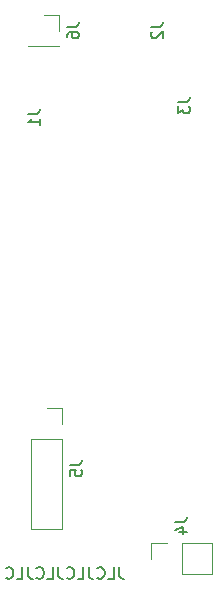
<source format=gbr>
%TF.GenerationSoftware,KiCad,Pcbnew,(6.0.7)*%
%TF.CreationDate,2022-10-01T16:55:56-07:00*%
%TF.ProjectId,dso150_mod,64736f31-3530-45f6-9d6f-642e6b696361,1.0*%
%TF.SameCoordinates,Original*%
%TF.FileFunction,Legend,Bot*%
%TF.FilePolarity,Positive*%
%FSLAX46Y46*%
G04 Gerber Fmt 4.6, Leading zero omitted, Abs format (unit mm)*
G04 Created by KiCad (PCBNEW (6.0.7)) date 2022-10-01 16:55:56*
%MOMM*%
%LPD*%
G01*
G04 APERTURE LIST*
%ADD10C,0.150000*%
%ADD11C,0.120000*%
G04 APERTURE END LIST*
D10*
X149653047Y-121118380D02*
X149653047Y-121832666D01*
X149700666Y-121975523D01*
X149795904Y-122070761D01*
X149938761Y-122118380D01*
X150034000Y-122118380D01*
X148700666Y-122118380D02*
X149176857Y-122118380D01*
X149176857Y-121118380D01*
X147795904Y-122023142D02*
X147843523Y-122070761D01*
X147986380Y-122118380D01*
X148081619Y-122118380D01*
X148224476Y-122070761D01*
X148319714Y-121975523D01*
X148367333Y-121880285D01*
X148414952Y-121689809D01*
X148414952Y-121546952D01*
X148367333Y-121356476D01*
X148319714Y-121261238D01*
X148224476Y-121166000D01*
X148081619Y-121118380D01*
X147986380Y-121118380D01*
X147843523Y-121166000D01*
X147795904Y-121213619D01*
X147081619Y-121118380D02*
X147081619Y-121832666D01*
X147129238Y-121975523D01*
X147224476Y-122070761D01*
X147367333Y-122118380D01*
X147462571Y-122118380D01*
X146129238Y-122118380D02*
X146605428Y-122118380D01*
X146605428Y-121118380D01*
X145224476Y-122023142D02*
X145272095Y-122070761D01*
X145414952Y-122118380D01*
X145510190Y-122118380D01*
X145653047Y-122070761D01*
X145748285Y-121975523D01*
X145795904Y-121880285D01*
X145843523Y-121689809D01*
X145843523Y-121546952D01*
X145795904Y-121356476D01*
X145748285Y-121261238D01*
X145653047Y-121166000D01*
X145510190Y-121118380D01*
X145414952Y-121118380D01*
X145272095Y-121166000D01*
X145224476Y-121213619D01*
X144510190Y-121118380D02*
X144510190Y-121832666D01*
X144557809Y-121975523D01*
X144653047Y-122070761D01*
X144795904Y-122118380D01*
X144891142Y-122118380D01*
X143557809Y-122118380D02*
X144034000Y-122118380D01*
X144034000Y-121118380D01*
X142653047Y-122023142D02*
X142700666Y-122070761D01*
X142843523Y-122118380D01*
X142938761Y-122118380D01*
X143081619Y-122070761D01*
X143176857Y-121975523D01*
X143224476Y-121880285D01*
X143272095Y-121689809D01*
X143272095Y-121546952D01*
X143224476Y-121356476D01*
X143176857Y-121261238D01*
X143081619Y-121166000D01*
X142938761Y-121118380D01*
X142843523Y-121118380D01*
X142700666Y-121166000D01*
X142653047Y-121213619D01*
X141938761Y-121118380D02*
X141938761Y-121832666D01*
X141986380Y-121975523D01*
X142081619Y-122070761D01*
X142224476Y-122118380D01*
X142319714Y-122118380D01*
X140986380Y-122118380D02*
X141462571Y-122118380D01*
X141462571Y-121118380D01*
X140081619Y-122023142D02*
X140129238Y-122070761D01*
X140272095Y-122118380D01*
X140367333Y-122118380D01*
X140510190Y-122070761D01*
X140605428Y-121975523D01*
X140653047Y-121880285D01*
X140700666Y-121689809D01*
X140700666Y-121546952D01*
X140653047Y-121356476D01*
X140605428Y-121261238D01*
X140510190Y-121166000D01*
X140367333Y-121118380D01*
X140272095Y-121118380D01*
X140129238Y-121166000D01*
X140081619Y-121213619D01*
%TO.C,J2*%
X152360380Y-75358666D02*
X153074666Y-75358666D01*
X153217523Y-75311047D01*
X153312761Y-75215809D01*
X153360380Y-75072952D01*
X153360380Y-74977714D01*
X152455619Y-75787238D02*
X152408000Y-75834857D01*
X152360380Y-75930095D01*
X152360380Y-76168190D01*
X152408000Y-76263428D01*
X152455619Y-76311047D01*
X152550857Y-76358666D01*
X152646095Y-76358666D01*
X152788952Y-76311047D01*
X153360380Y-75739619D01*
X153360380Y-76358666D01*
%TO.C,J3*%
X154646380Y-81708666D02*
X155360666Y-81708666D01*
X155503523Y-81661047D01*
X155598761Y-81565809D01*
X155646380Y-81422952D01*
X155646380Y-81327714D01*
X154646380Y-82089619D02*
X154646380Y-82708666D01*
X155027333Y-82375333D01*
X155027333Y-82518190D01*
X155074952Y-82613428D01*
X155122571Y-82661047D01*
X155217809Y-82708666D01*
X155455904Y-82708666D01*
X155551142Y-82661047D01*
X155598761Y-82613428D01*
X155646380Y-82518190D01*
X155646380Y-82232476D01*
X155598761Y-82137238D01*
X155551142Y-82089619D01*
%TO.C,J1*%
X141946380Y-82724666D02*
X142660666Y-82724666D01*
X142803523Y-82677047D01*
X142898761Y-82581809D01*
X142946380Y-82438952D01*
X142946380Y-82343714D01*
X142946380Y-83724666D02*
X142946380Y-83153238D01*
X142946380Y-83438952D02*
X141946380Y-83438952D01*
X142089238Y-83343714D01*
X142184476Y-83248476D01*
X142232095Y-83153238D01*
%TO.C,J6*%
X145248380Y-75358666D02*
X145962666Y-75358666D01*
X146105523Y-75311047D01*
X146200761Y-75215809D01*
X146248380Y-75072952D01*
X146248380Y-74977714D01*
X145248380Y-76263428D02*
X145248380Y-76072952D01*
X145296000Y-75977714D01*
X145343619Y-75930095D01*
X145486476Y-75834857D01*
X145676952Y-75787238D01*
X146057904Y-75787238D01*
X146153142Y-75834857D01*
X146200761Y-75882476D01*
X146248380Y-75977714D01*
X146248380Y-76168190D01*
X146200761Y-76263428D01*
X146153142Y-76311047D01*
X146057904Y-76358666D01*
X145819809Y-76358666D01*
X145724571Y-76311047D01*
X145676952Y-76263428D01*
X145629333Y-76168190D01*
X145629333Y-75977714D01*
X145676952Y-75882476D01*
X145724571Y-75834857D01*
X145819809Y-75787238D01*
%TO.C,J4*%
X154392380Y-117268666D02*
X155106666Y-117268666D01*
X155249523Y-117221047D01*
X155344761Y-117125809D01*
X155392380Y-116982952D01*
X155392380Y-116887714D01*
X154725714Y-118173428D02*
X155392380Y-118173428D01*
X154344761Y-117935333D02*
X155059047Y-117697238D01*
X155059047Y-118316285D01*
%TO.C,J5*%
X145502380Y-112442666D02*
X146216666Y-112442666D01*
X146359523Y-112395047D01*
X146454761Y-112299809D01*
X146502380Y-112156952D01*
X146502380Y-112061714D01*
X145502380Y-113395047D02*
X145502380Y-112918857D01*
X145978571Y-112871238D01*
X145930952Y-112918857D01*
X145883333Y-113014095D01*
X145883333Y-113252190D01*
X145930952Y-113347428D01*
X145978571Y-113395047D01*
X146073809Y-113442666D01*
X146311904Y-113442666D01*
X146407142Y-113395047D01*
X146454761Y-113347428D01*
X146502380Y-113252190D01*
X146502380Y-113014095D01*
X146454761Y-112918857D01*
X146407142Y-112871238D01*
D11*
%TO.C,J6*%
X144586000Y-76962000D02*
X141926000Y-76962000D01*
X144586000Y-77022000D02*
X141926000Y-77022000D01*
X141926000Y-76962000D02*
X141926000Y-77022000D01*
X144586000Y-75692000D02*
X144586000Y-74362000D01*
X144586000Y-76962000D02*
X144586000Y-77022000D01*
X144586000Y-74362000D02*
X143256000Y-74362000D01*
%TO.C,J4*%
X153670000Y-119066000D02*
X152340000Y-119066000D01*
X154940000Y-121726000D02*
X157540000Y-121726000D01*
X154940000Y-119066000D02*
X157540000Y-119066000D01*
X152340000Y-119066000D02*
X152340000Y-120396000D01*
X154940000Y-119066000D02*
X154940000Y-121726000D01*
X157540000Y-119066000D02*
X157540000Y-121726000D01*
%TO.C,J5*%
X144840000Y-117926000D02*
X142180000Y-117926000D01*
X144840000Y-110246000D02*
X142180000Y-110246000D01*
X144840000Y-110246000D02*
X144840000Y-117926000D01*
X144840000Y-107646000D02*
X143510000Y-107646000D01*
X142180000Y-110246000D02*
X142180000Y-117926000D01*
X144840000Y-108976000D02*
X144840000Y-107646000D01*
%TD*%
M02*

</source>
